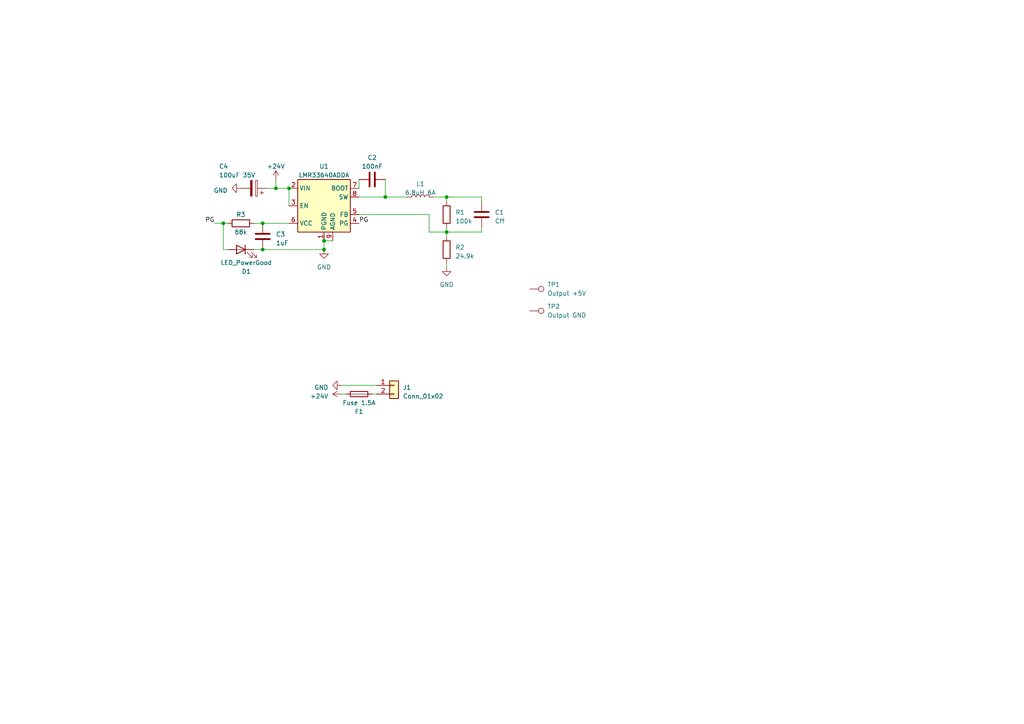
<source format=kicad_sch>
(kicad_sch (version 20230121) (generator eeschema)
  (paper "A4")
  (lib_symbols
    (symbol "Connector:TestPoint" (pin_numbers hide) (pin_names (offset 0.762) hide)
      (property "Reference" "TP" (at 0 6.858 0))
      (property "Value" "TestPoint" (at 0 5.08 0))
      (symbol "TestPoint_0_1"
        (circle (center 0 3.302) (radius 0.762))
      )
      (symbol "TestPoint_1_1"
        (pin passive line (at 0 0 90) (length 2.54) (name "1") (number "1"))
      )
    )
    (symbol "Connector_Generic:Conn_01x02" (pin_names (offset 1.016) hide)
      (property "Reference" "J" (at 0 2.54 0))
      (property "Value" "Conn_01x02" (at 0 -5.08 0))
      (symbol "Conn_01x02_1_1"
        (rectangle (start -1.27 -2.413) (end 0 -2.667) (stroke (width 0.1524)))
        (rectangle (start -1.27 0.127) (end 0 -0.127) (stroke (width 0.1524)))
        (rectangle (start -1.27 1.27) (end 1.27 -3.81) (stroke (width 0.254)) (fill (type background)))
        (pin passive line (at -5.08 0 0) (length 3.81) (name "Pin_1") (number "1"))
        (pin passive line (at -5.08 -2.54 0) (length 3.81) (name "Pin_2") (number "2"))
      )
    )
    (symbol "Device:C" (pin_numbers hide) (pin_names (offset 0.254))
      (property "Reference" "C" (at 0.635 2.54 0))
      (property "Value" "C" (at 0.635 -2.54 0))
      (symbol "C_0_1"
        (polyline (pts (xy -2.032 -0.762) (xy 2.032 -0.762)) (stroke (width 0.508)))
        (polyline (pts (xy -2.032 0.762) (xy 2.032 0.762)) (stroke (width 0.508)))
      )
      (symbol "C_1_1"
        (pin passive line (at 0 3.81 270) (length 2.794) (name "~") (number "1"))
        (pin passive line (at 0 -3.81 90) (length 2.794) (name "~") (number "2"))
      )
    )
    (symbol "Device:C_Polarized" (pin_numbers hide) (pin_names (offset 0.254))
      (property "Reference" "C" (at 0.635 2.54 0))
      (property "Value" "C_Polarized" (at 0.635 -2.54 0))
      (symbol "C_Polarized_0_1"
        (rectangle (start -2.286 0.508) (end 2.286 1.016))
        (polyline (pts (xy -1.778 2.286) (xy -0.762 2.286)))
        (polyline (pts (xy -1.27 2.794) (xy -1.27 1.778)))
        (rectangle (start 2.286 -0.508) (end -2.286 -1.016) (fill (type outline)))
      )
      (symbol "C_Polarized_1_1"
        (pin passive line (at 0 3.81 270) (length 2.794) (name "~") (number "1"))
        (pin passive line (at 0 -3.81 90) (length 2.794) (name "~") (number "2"))
      )
    )
    (symbol "Device:Fuse" (pin_numbers hide) (pin_names (offset 0))
      (property "Reference" "F" (at 2.032 0 90))
      (property "Value" "Fuse" (at -1.905 0 90))
      (symbol "Fuse_0_1"
        (rectangle (start -0.762 -2.54) (end 0.762 2.54) (stroke (width 0.254)))
        (polyline (pts (xy 0 2.54) (xy 0 -2.54)))
      )
      (symbol "Fuse_1_1"
        (pin passive line (at 0 3.81 270) (length 1.27) (name "~") (number "1"))
        (pin passive line (at 0 -3.81 90) (length 1.27) (name "~") (number "2"))
      )
    )
    (symbol "Device:L" (pin_numbers hide) (pin_names (offset 1.016) hide)
      (property "Reference" "L" (at -1.27 0 90))
      (property "Value" "L" (at 1.905 0 90))
      (symbol "L_0_1"
        (arc (start 0 -2.54) (mid 0.6323 -1.905) (end 0 -1.27))
        (arc (start 0 -1.27) (mid 0.6323 -0.635) (end 0 0))
        (arc (start 0 0) (mid 0.6323 0.635) (end 0 1.27))
        (arc (start 0 1.27) (mid 0.6323 1.905) (end 0 2.54))
      )
      (symbol "L_1_1"
        (pin passive line (at 0 3.81 270) (length 1.27) (name "1") (number "1"))
        (pin passive line (at 0 -3.81 90) (length 1.27) (name "2") (number "2"))
      )
    )
    (symbol "Device:LED" (pin_numbers hide) (pin_names (offset 1.016) hide)
      (property "Reference" "D" (at 0 2.54 0))
      (property "Value" "LED" (at 0 -2.54 0))
      (symbol "LED_0_1"
        (polyline (pts (xy -1.27 -1.27) (xy -1.27 1.27)) (stroke (width 0.254)))
        (polyline (pts (xy -1.27 0) (xy 1.27 0)))
        (polyline (pts (xy 1.27 -1.27) (xy 1.27 1.27) (xy -1.27 0) (xy 1.27 -1.27)) (stroke (width 0.254)))
        (polyline (pts (xy -3.048 -0.762) (xy -4.572 -2.286) (xy -3.81 -2.286) (xy -4.572 -2.286) (xy -4.572 -1.524)))
        (polyline (pts (xy -1.778 -0.762) (xy -3.302 -2.286) (xy -2.54 -2.286) (xy -3.302 -2.286) (xy -3.302 -1.524)))
      )
      (symbol "LED_1_1"
        (pin passive line (at -3.81 0 0) (length 2.54) (name "K") (number "1"))
        (pin passive line (at 3.81 0 180) (length 2.54) (name "A") (number "2"))
      )
    )
    (symbol "Device:R" (pin_numbers hide) (pin_names (offset 0))
      (property "Reference" "R" (at 2.032 0 90))
      (property "Value" "R" (at 0 0 90))
      (symbol "R_0_1"
        (rectangle (start -1.016 -2.54) (end 1.016 2.54) (stroke (width 0.254)))
      )
      (symbol "R_1_1"
        (pin passive line (at 0 3.81 270) (length 1.27) (name "~") (number "1"))
        (pin passive line (at 0 -3.81 90) (length 1.27) (name "~") (number "2"))
      )
    )
    (symbol "Regulator_Switching:LMR33640ADDA"
      (property "Reference" "U" (at 0 11.43 0))
      (property "Value" "LMR33640ADDA" (at 0 8.89 0))
      (symbol "LMR33640ADDA_0_1"
        (rectangle (start -7.62 7.62) (end 7.62 -7.62) (stroke (width 0.254)) (fill (type background)))
      )
      (symbol "LMR33640ADDA_1_1"
        (pin power_in line (at 0 -10.16 90) (length 2.54) (name "PGND") (number "1"))
        (pin power_in line (at -10.16 5.08 0) (length 2.54) (name "VIN") (number "2"))
        (pin input line (at -10.16 0 0) (length 2.54) (name "EN") (number "3"))
        (pin open_collector line (at 10.16 -5.08 180) (length 2.54) (name "PG") (number "4"))
        (pin input line (at 10.16 -2.54 180) (length 2.54) (name "FB") (number "5"))
        (pin power_out line (at -10.16 -5.08 0) (length 2.54) (name "VCC") (number "6"))
        (pin input line (at 10.16 5.08 180) (length 2.54) (name "BOOT") (number "7"))
        (pin output line (at 10.16 2.54 180) (length 2.54) (name "SW") (number "8"))
        (pin power_in line (at 2.54 -10.16 90) (length 2.54) (name "AGND") (number "9"))
      )
    )
    (symbol "power:+24V" (power) (pin_names (offset 0))
      (property "Value" "+24V" (at 0 3.556 0))
      (symbol "+24V_0_1"
        (polyline (pts (xy -0.762 1.27) (xy 0 2.54)))
        (polyline (pts (xy 0 0) (xy 0 2.54)))
        (polyline (pts (xy 0 2.54) (xy 0.762 1.27)))
      )
      (symbol "+24V_1_1"
        (pin power_in line (at 0 0 90) (length 0) hide (name "+24V") (number "1"))
      )
    )
    (symbol "power:GND" (power) (pin_names (offset 0))
      (property "Value" "GND" (at 0 -3.81 0))
      (symbol "GND_0_1"
        (polyline (pts (xy 0 0) (xy 0 -1.27) (xy 1.27 -1.27) (xy 0 -2.54) (xy -1.27 -1.27) (xy 0 -1.27)))
      )
      (symbol "GND_1_1"
        (pin power_in line (at 0 0 270) (length 0) hide (name "GND") (number "1"))
      )
    )
  )
  (junction (at 129.54 67.31))
  (junction (at 129.54 57.15))
  (junction (at 93.98 69.85))
  (junction (at 93.98 72.39))
  (junction (at 76.2 72.39))
  (junction (at 83.82 54.61))
  (junction (at 64.77 64.77))
  (junction (at 76.2 64.77))
  (junction (at 111.76 57.15))
  (junction (at 80.01 54.61))
  (wire (pts (xy 73.66 64.77) (xy 76.2 64.77)))
  (wire (pts (xy 64.77 64.77) (xy 66.04 64.77)))
  (wire (pts (xy 76.2 72.39) (xy 93.98 72.39)))
  (wire (pts (xy 139.7 66.04) (xy 139.7 67.31)))
  (wire (pts (xy 93.98 72.39) (xy 93.98 69.85)))
  (wire (pts (xy 129.54 57.15) (xy 129.54 58.42)))
  (wire (pts (xy 100.33 114.3) (xy 99.06 114.3)))
  (wire (pts (xy 93.98 69.85) (xy 96.52 69.85)))
  (wire (pts (xy 129.54 76.2) (xy 129.54 77.47)))
  (wire (pts (xy 76.2 64.77) (xy 83.82 64.77)))
  (wire (pts (xy 80.01 54.61) (xy 83.82 54.61)))
  (wire (pts (xy 129.54 68.58) (xy 129.54 67.31)))
  (wire (pts (xy 66.04 72.39) (xy 64.77 72.39)))
  (wire (pts (xy 104.14 52.07) (xy 104.14 54.61)))
  (wire (pts (xy 77.47 54.61) (xy 80.01 54.61)))
  (wire (pts (xy 124.46 62.23) (xy 104.14 62.23)))
  (wire (pts (xy 124.46 67.31) (xy 129.54 67.31)))
  (wire (pts (xy 80.01 52.07) (xy 80.01 54.61)))
  (wire (pts (xy 83.82 54.61) (xy 83.82 59.69)))
  (wire (pts (xy 104.14 57.15) (xy 111.76 57.15)))
  (wire (pts (xy 111.76 57.15) (xy 118.11 57.15)))
  (wire (pts (xy 62.23 64.77) (xy 64.77 64.77)))
  (wire (pts (xy 125.73 57.15) (xy 129.54 57.15)))
  (wire (pts (xy 129.54 67.31) (xy 139.7 67.31)))
  (wire (pts (xy 73.66 72.39) (xy 76.2 72.39)))
  (wire (pts (xy 129.54 57.15) (xy 139.7 57.15)))
  (wire (pts (xy 129.54 66.04) (xy 129.54 67.31)))
  (wire (pts (xy 139.7 57.15) (xy 139.7 58.42)))
  (wire (pts (xy 124.46 67.31) (xy 124.46 62.23)))
  (wire (pts (xy 99.06 111.76) (xy 109.22 111.76)))
  (wire (pts (xy 111.76 52.07) (xy 111.76 57.15)))
  (wire (pts (xy 107.95 114.3) (xy 109.22 114.3)))
  (wire (pts (xy 64.77 64.77) (xy 64.77 72.39)))
  (label "PG" (at 104.14 64.77 0))
  (label "PG" (at 62.23 64.77 180))
  (symbol (lib_id "Device:R") (at 69.85 64.77 90) (unit 1)
    (property "Reference" "R3" (at 69.85 62.23 90))
    (property "Value" "68k" (at 69.85 67.31 90))
    (property "Footprint" "Resistor_SMD:R_0603_1608Metric" (effects hide))
  )
  (symbol (lib_id "Device:Fuse") (at 104.14 114.3 90) (mirror x) (unit 1)
    (property "Reference" "F1" (at 104.14 119.38 90))
    (property "Value" "Fuse 1.5A" (at 104.14 116.84 90))
    (property "Footprint" "Fuse:Fuse_1812_4532Metric" (effects hide))
  )
  (symbol (lib_id "Regulator_Switching:LMR33640ADDA") (at 93.98 59.69 0) (unit 1)
    (property "Reference" "U1" (at 93.98 48.26 0))
    (property "Value" "LMR33640ADDA" (at 93.98 50.8 0))
    (property "Footprint" "Package_SO:Texas_HSOP-8-1EP_3.9x4.9mm_P1.27mm_ThermalVias" (effects hide))
    (property "Datasheet" "http://www.ti.com/lit/ds/symlink/lmr33640.pdf" (effects hide))
  )
  (symbol (lib_id "Device:C") (at 107.95 52.07 90) (unit 1)
    (property "Reference" "C2" (at 107.95 45.72 90))
    (property "Value" "100nF" (at 107.95 48.26 90))
    (property "Footprint" "Capacitor_SMD:C_0603_1608Metric" (effects hide))
  )
  (symbol (lib_id "Device:C_Polarized") (at 73.66 54.61 270) (mirror x) (unit 1)
    (property "Reference" "C4" (at 63.5 48.26 90) (effects (justify left)))
    (property "Value" "100uF 35V" (at 63.5 50.8 90) (effects (justify left)))
    (property "Footprint" "Capacitor_THT:CP_Radial_D6.3mm_P2.50mm" (effects hide))
  )
  (symbol (lib_id "Connector:TestPoint") (at 153.67 90.17 270) (unit 1)
    (property "Reference" "TP2" (at 158.75 88.9 90) (effects (justify left)))
    (property "Value" "Output GND" (at 158.75 91.44 90) (effects (justify left)))
    (property "Footprint" "TestPoint:TestPoint_Plated_Hole_D2.0mm" (effects hide))
  )
  (symbol (lib_id "power:GND") (at 129.54 77.47 0) (unit 1)
    (property "Reference" "#PWR04" (effects hide))
    (property "Value" "GND" (at 129.54 82.55 0))
  )
  (symbol (lib_id "Device:C") (at 139.7 62.23 0) (unit 1)
    (property "Reference" "C1" (at 143.51 61.595 0) (effects (justify left)))
    (property "Value" "Cff" (at 143.51 64.135 0) (effects (justify left)))
    (property "Footprint" "Capacitor_SMD:C_0603_1608Metric" (effects hide))
  )
  (symbol (lib_id "Device:R") (at 129.54 62.23 0) (unit 1)
    (property "Reference" "R1" (at 132.08 61.595 0) (effects (justify left)))
    (property "Value" "100k" (at 132.08 64.135 0) (effects (justify left)))
    (property "Footprint" "Resistor_SMD:R_0603_1608Metric" (effects hide))
  )
  (symbol (lib_id "Connector_Generic:Conn_01x02") (at 114.3 111.76 0) (unit 1)
    (property "Reference" "J1" (at 116.84 112.395 0) (effects (justify left)))
    (property "Value" "Conn_01x02" (at 116.84 114.935 0) (effects (justify left)))
    (property "Footprint" "Connector_AMASS:AMASS_XT30PW-M_1x02_P2.50mm_Horizontal" (effects hide))
  )
  (symbol (lib_id "Device:L") (at 121.92 57.15 90) (unit 1)
    (property "Reference" "L1" (at 121.92 53.34 90))
    (property "Value" "6.8uH 6A" (at 121.92 55.88 90))
    (property "Footprint" "Inductor_SMD:L_Sunlord_MWSA0603S" (effects hide))
  )
  (symbol (lib_id "power:GND") (at 99.06 111.76 270) (unit 1)
    (property "Reference" "#PWR03" (effects hide))
    (property "Value" "GND" (at 95.25 112.395 90) (effects (justify right)))
  )
  (symbol (lib_id "Device:C") (at 76.2 68.58 0) (unit 1)
    (property "Reference" "C3" (at 80.01 67.945 0) (effects (justify left)))
    (property "Value" "1uF" (at 80.01 70.485 0) (effects (justify left)))
    (property "Footprint" "Capacitor_SMD:C_0603_1608Metric" (effects hide))
  )
  (symbol (lib_id "Connector:TestPoint") (at 153.67 83.82 270) (unit 1)
    (property "Reference" "TP1" (at 158.75 82.55 90) (effects (justify left)))
    (property "Value" "Output +5V" (at 158.75 85.09 90) (effects (justify left)))
    (property "Footprint" "TestPoint:TestPoint_Plated_Hole_D2.0mm" (effects hide))
  )
  (symbol (lib_id "power:+24V") (at 99.06 114.3 90) (mirror x) (unit 1)
    (property "Reference" "#PWR02" (effects hide))
    (property "Value" "+24V" (at 95.25 114.935 90) (effects (justify left)))
  )
  (symbol (lib_id "power:GND") (at 69.85 54.61 270) (unit 1)
    (property "Reference" "#PWR06" (effects hide))
    (property "Value" "GND" (at 66.04 55.245 90) (effects (justify right)))
  )
  (symbol (lib_id "power:+24V") (at 80.01 52.07 0) (mirror y) (unit 1)
    (property "Reference" "#PWR05" (effects hide))
    (property "Value" "+24V" (at 80.01 48.26 0))
  )
  (symbol (lib_id "Device:LED") (at 69.85 72.39 0) (mirror y) (unit 1)
    (property "Reference" "D1" (at 71.4375 78.74 0))
    (property "Value" "LED_PowerGood" (at 71.4375 76.2 0))
    (property "Footprint" "LED_SMD:LED_0603_1608Metric" (effects hide))
  )
  (symbol (lib_id "power:GND") (at 93.98 72.39 0) (unit 1)
    (property "Reference" "#PWR01" (effects hide))
    (property "Value" "GND" (at 93.98 77.47 0))
  )
  (symbol (lib_id "Device:R") (at 129.54 72.39 0) (unit 1)
    (property "Reference" "R2" (at 132.08 71.755 0) (effects (justify left)))
    (property "Value" "24.9k" (at 132.08 74.295 0) (effects (justify left)))
    (property "Footprint" "Resistor_SMD:R_0603_1608Metric" (effects hide))
  )
)
</source>
